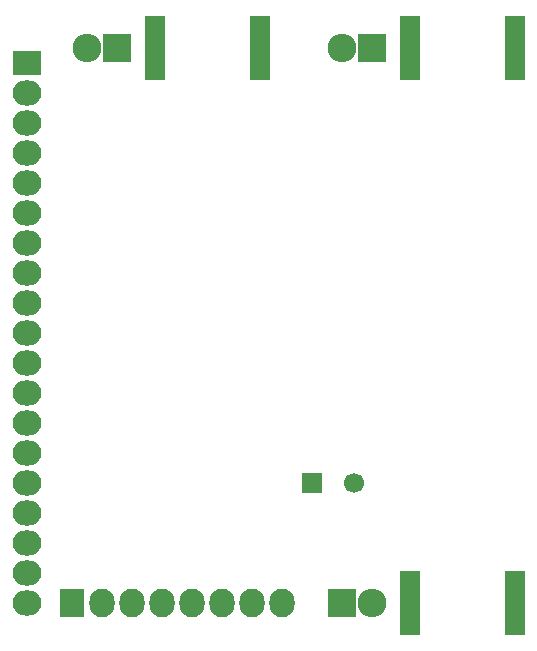
<source format=gbs>
G04 #@! TF.FileFunction,Soldermask,Bot*
%FSLAX46Y46*%
G04 Gerber Fmt 4.6, Leading zero omitted, Abs format (unit mm)*
G04 Created by KiCad (PCBNEW 4.0.4+e1-6308~48~ubuntu16.04.1-stable) date Mon Oct 24 15:09:13 2016*
%MOMM*%
%LPD*%
G01*
G04 APERTURE LIST*
%ADD10C,0.100000*%
%ADD11R,2.432000X2.432000*%
%ADD12O,2.432000X2.432000*%
%ADD13R,2.127200X2.432000*%
%ADD14O,2.127200X2.432000*%
%ADD15R,1.670000X5.480000*%
%ADD16R,2.432000X2.127200*%
%ADD17O,2.432000X2.127200*%
%ADD18C,1.700000*%
%ADD19R,1.700000X1.700000*%
G04 APERTURE END LIST*
D10*
D11*
X87630000Y-134620000D03*
D12*
X90170000Y-134620000D03*
D13*
X64770000Y-134620000D03*
D14*
X67310000Y-134620000D03*
X69850000Y-134620000D03*
X72390000Y-134620000D03*
X74930000Y-134620000D03*
X77470000Y-134620000D03*
X80010000Y-134620000D03*
X82550000Y-134620000D03*
D15*
X93345000Y-134620000D03*
X102235000Y-134620000D03*
D11*
X68580000Y-87630000D03*
D12*
X66040000Y-87630000D03*
D11*
X90170000Y-87630000D03*
D12*
X87630000Y-87630000D03*
D15*
X102235000Y-87630000D03*
X93345000Y-87630000D03*
X80645000Y-87630000D03*
X71755000Y-87630000D03*
D16*
X60960000Y-88900000D03*
D17*
X60960000Y-91440000D03*
X60960000Y-93980000D03*
X60960000Y-96520000D03*
X60960000Y-99060000D03*
X60960000Y-101600000D03*
X60960000Y-104140000D03*
X60960000Y-106680000D03*
X60960000Y-109220000D03*
X60960000Y-111760000D03*
X60960000Y-114300000D03*
X60960000Y-116840000D03*
X60960000Y-119380000D03*
X60960000Y-121920000D03*
X60960000Y-124460000D03*
X60960000Y-127000000D03*
X60960000Y-129540000D03*
X60960000Y-132080000D03*
X60960000Y-134620000D03*
D18*
X88590000Y-124460000D03*
D19*
X85090000Y-124460000D03*
M02*

</source>
